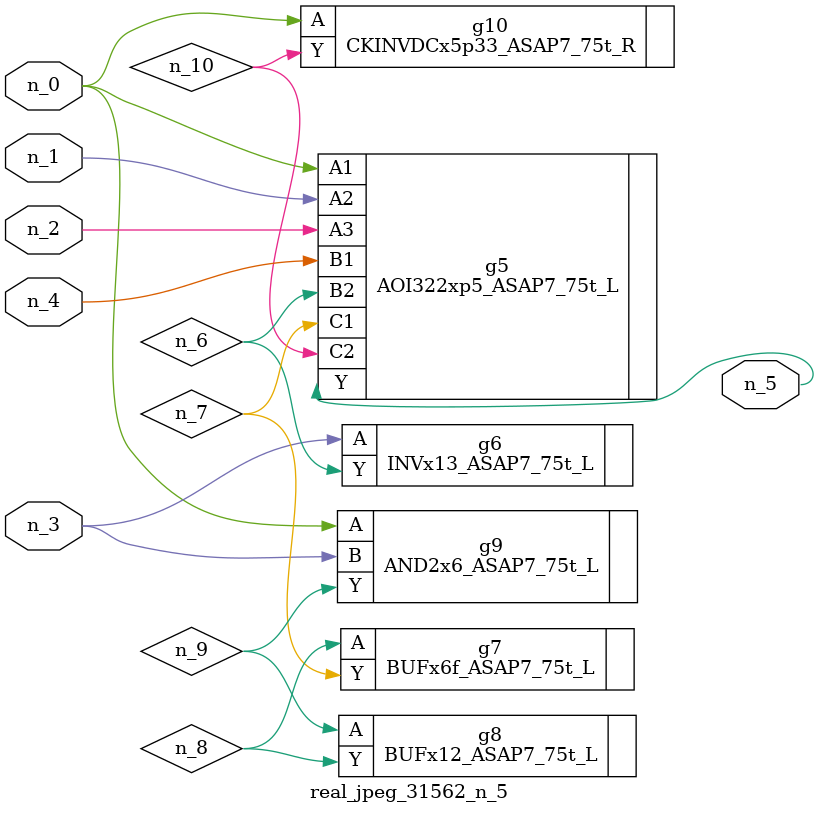
<source format=v>
module real_jpeg_31562_n_5 (n_4, n_0, n_1, n_2, n_3, n_5);

input n_4;
input n_0;
input n_1;
input n_2;
input n_3;

output n_5;

wire n_8;
wire n_6;
wire n_7;
wire n_10;
wire n_9;

AOI322xp5_ASAP7_75t_L g5 ( 
.A1(n_0),
.A2(n_1),
.A3(n_2),
.B1(n_4),
.B2(n_6),
.C1(n_7),
.C2(n_10),
.Y(n_5)
);

AND2x6_ASAP7_75t_L g9 ( 
.A(n_0),
.B(n_3),
.Y(n_9)
);

CKINVDCx5p33_ASAP7_75t_R g10 ( 
.A(n_0),
.Y(n_10)
);

INVx13_ASAP7_75t_L g6 ( 
.A(n_3),
.Y(n_6)
);

BUFx6f_ASAP7_75t_L g7 ( 
.A(n_8),
.Y(n_7)
);

BUFx12_ASAP7_75t_L g8 ( 
.A(n_9),
.Y(n_8)
);


endmodule
</source>
